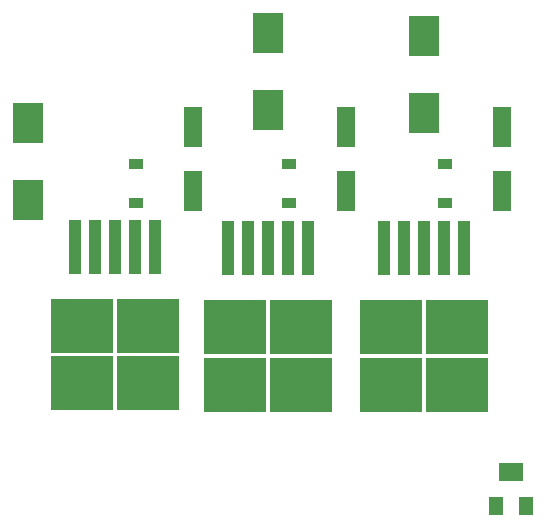
<source format=gbr>
G04 #@! TF.GenerationSoftware,KiCad,Pcbnew,5.1.4*
G04 #@! TF.CreationDate,2019-08-14T00:52:14-04:00*
G04 #@! TF.ProjectId,PowerRDP,506f7765-7252-4445-902e-6b696361645f,3*
G04 #@! TF.SameCoordinates,Original*
G04 #@! TF.FileFunction,Paste,Top*
G04 #@! TF.FilePolarity,Positive*
%FSLAX46Y46*%
G04 Gerber Fmt 4.6, Leading zero omitted, Abs format (unit mm)*
G04 Created by KiCad (PCBNEW 5.1.4) date 2019-08-14 00:52:14*
%MOMM*%
%LPD*%
G04 APERTURE LIST*
%ADD10R,1.300000X1.600000*%
%ADD11R,2.000000X1.600000*%
%ADD12R,5.250000X4.550000*%
%ADD13R,1.100000X4.600000*%
%ADD14R,1.200000X0.900000*%
%ADD15R,1.600000X3.500000*%
%ADD16R,2.500000X3.500000*%
G04 APERTURE END LIST*
D10*
X141264000Y-88392000D03*
D11*
X142514000Y-85492000D03*
D10*
X143764000Y-88392000D03*
D12*
X106210000Y-73152000D03*
X111760000Y-78002000D03*
X111760000Y-73152000D03*
X106210000Y-78002000D03*
D13*
X105585000Y-66427000D03*
X107285000Y-66427000D03*
X108985000Y-66427000D03*
X110685000Y-66427000D03*
X112385000Y-66427000D03*
X125320000Y-66542000D03*
X123620000Y-66542000D03*
X121920000Y-66542000D03*
X120220000Y-66542000D03*
X118520000Y-66542000D03*
D12*
X119145000Y-78117000D03*
X124695000Y-73267000D03*
X124695000Y-78117000D03*
X119145000Y-73267000D03*
D13*
X138528000Y-66542000D03*
X136828000Y-66542000D03*
X135128000Y-66542000D03*
X133428000Y-66542000D03*
X131728000Y-66542000D03*
D12*
X132353000Y-78117000D03*
X137903000Y-73267000D03*
X137903000Y-78117000D03*
X132353000Y-73267000D03*
D14*
X110744000Y-62738000D03*
X110744000Y-59438000D03*
X123698000Y-59436000D03*
X123698000Y-62736000D03*
X136906000Y-62738000D03*
X136906000Y-59438000D03*
D15*
X115570000Y-61722000D03*
X115570000Y-56322000D03*
X128524000Y-56322000D03*
X128524000Y-61722000D03*
X141732000Y-56322000D03*
X141732000Y-61722000D03*
D16*
X101600000Y-62484000D03*
X101600000Y-55984000D03*
X121920000Y-48364000D03*
X121920000Y-54864000D03*
X135128000Y-55118000D03*
X135128000Y-48618000D03*
M02*

</source>
